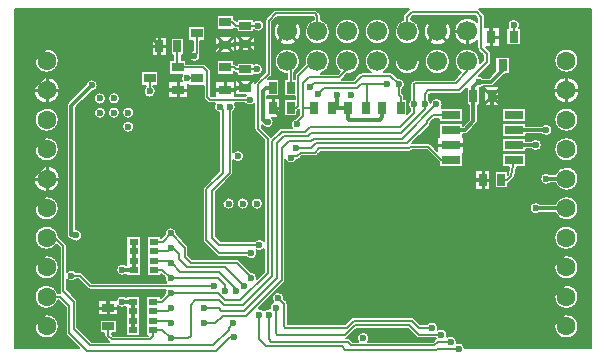
<source format=gbl>
%FSLAX34Y34*%
%MOMM*%
G04 EasyPC Gerber Version 18.0.6 Build 3620 *
%ADD20R,0.65000X1.00000*%
%ADD107R,0.80000X1.00000*%
%ADD10C,0.12700*%
%ADD106C,0.16000*%
%ADD11C,0.25400*%
%ADD76C,0.30000*%
%ADD105C,0.60000*%
%ADD89C,1.60000*%
%ADD22C,1.70000*%
%ADD104R,0.75000X0.50000*%
%ADD25R,1.00000X0.65000*%
%ADD26R,1.60000X0.76000*%
%ADD111R,1.00000X0.80000*%
X0Y0D02*
D02*
D10*
X113198Y159779D02*
G75*
G02X104735Y155300I-8463J5755D01*
G01*
G75*
G02Y175770J10235*
G01*
G75*
G02X114909Y166653J-10235*
G01*
X120881Y160681*
G75*
G02X121770Y158535I-2146J-2146*
G01*
Y136953*
G75*
G02X130000Y136570I3965J-3418*
G01*
X132735*
G75*
G02X134881Y135681J-3035*
G01*
X142992Y127570*
X205901*
G75*
G02X204573Y132005I3834J3564*
G01*
X201770Y134808*
Y133600*
X189800*
Y167070*
X201770*
Y165562*
X204573Y168365*
G75*
G02X209735Y174470I5162J870*
G01*
G75*
G02X214897Y168365J-5235*
G01*
X223881Y159381*
G75*
G02X224770Y157235I-2146J-2146*
G01*
Y150792*
X227992Y147570*
X265735*
G75*
G02X267881Y146681J-3035*
G01*
X277792Y136770*
G75*
G02X282946Y131039I-57J-5235*
G01*
X288700Y136792*
Y156117*
G75*
G02X282440Y154830I-3965J3419*
G01*
G75*
G02X273470Y149500I-4705J-2295*
G01*
X250735*
G75*
G02X248589Y150389J3035*
G01*
X237589Y161389*
G75*
G02X236700Y163535I2146J2146*
G01*
Y206535*
G75*
G02X237589Y208681I3035*
G01*
X250700Y221792*
Y271403*
G75*
G02X247421Y279500I1035J5132*
G01*
X242735*
G75*
G02X240589Y280389J3035*
G01*
X238589Y282389*
G75*
G02X237700Y284535I2146J2146*
G01*
Y294300*
X224610*
Y295374*
G75*
G02X224020Y295308I-876J5161*
G01*
Y283860*
X207670*
Y298210*
X219045*
G75*
G02X219643Y303800I4690J2325*
G01*
X208610*
Y316270*
X212050*
Y320300*
X210000*
Y334770*
X220970*
Y320300*
X218920*
Y316270*
X223080*
Y313070*
X237235*
G75*
G02X239381Y312181J-3035*
G01*
X242881Y308681*
G75*
G02X243770Y306535I-2146J-2146*
G01*
Y285792*
X243992Y285570*
X247670*
Y298210*
X264020*
Y285570*
X272470*
G75*
G02X273161Y286360I4266J-3034*
G01*
X264560*
Y299210*
X280910*
Y296644*
G75*
G02X281589Y297681I2826J-1109*
G01*
X289700Y305792*
Y349535*
G75*
G02X290589Y351681I3035*
G01*
X296589Y357681*
G75*
G02X298735Y358570I2146J-2146*
G01*
X331735*
G75*
G02X333881Y357681J-3035*
G01*
X336081Y355481*
G75*
G02X336970Y353335I-2146J-2146*
G01*
Y350532*
G75*
G02X344670Y340235I-3035J-10297*
G01*
G75*
G02X323200I-10735*
G01*
G75*
G02X330900Y350532I10735*
G01*
Y352078*
X330478Y352500*
X299992*
X295770Y348278*
Y304535*
G75*
G02X294881Y302389I-3035*
G01*
X292262Y299770*
X301470*
Y285300*
X291470*
Y283710*
X302410*
Y267360*
X295311*
G75*
G02X291735Y258299I-3576J-3825*
G01*
G75*
G02X287369Y260645J5236*
G01*
G75*
G02X287094Y260894I2370J2893*
G01*
X286770Y261218*
Y258792*
X293881Y251681*
G75*
G02X294558Y250650I-2146J-2147*
G01*
X301589Y257681*
G75*
G02X303735Y258570I2146J-2146*
G01*
X312421*
G75*
G02X315540Y266632I4314J2965*
G01*
X318700Y269792*
Y274208*
X317881Y273389*
G75*
G02X316970Y272763I-2145J2146*
G01*
Y268300*
X306000*
Y282770*
X314700*
Y285300*
X306000*
Y299770*
X308450*
Y304100*
G75*
G02X297800Y314835I85J10735*
G01*
G75*
G02X319270I10735*
G01*
G75*
G02X314520Y305923I-10735*
G01*
Y299770*
X314700*
Y302535*
G75*
G02X315589Y304681I3035*
G01*
X323448Y312540*
G75*
G02X323200Y314835I10488J2294*
G01*
G75*
G02X344670I10735*
G01*
G75*
G02X337077Y304570I-10735*
G01*
X351078*
X352815Y306307*
G75*
G02X348600Y314835I6520J8528*
G01*
G75*
G02X370070I10735*
G01*
G75*
G02X359193Y304101I-10735*
G01*
X354662Y299570*
X364478*
X369589Y304681*
G75*
G02X371735Y305570I2146J-2146*
G01*
X379313*
G75*
G02X374000Y314835I5422J9265*
G01*
G75*
G02X395470I10735*
G01*
G75*
G02X390157Y305570I-10735*
G01*
X395735*
G75*
G02X397881Y304681J-3035*
G01*
X401865Y300697*
G75*
G02X405770Y291270I870J-5162*
G01*
Y287792*
X406631Y286931*
G75*
G02X407520Y284785I-2146J-2146*
G01*
Y282770*
X409970*
Y270062*
X412700Y272792*
Y274270*
G75*
G02Y282800I3035J4265*
G01*
Y295535*
G75*
G02X413589Y297681I3035*
G01*
X414589Y298681*
G75*
G02X416735Y299570I2146J-2146*
G01*
X449678*
X455617Y305510*
G75*
G02X450200Y314835I5317J9325*
G01*
G75*
G02X471670I10735*
G01*
G75*
G02X471545Y313203I-10736J1*
G01*
X474300Y315958*
Y320112*
X470306Y324106*
G75*
G02X469300Y326535I2429J2429*
G01*
Y332091*
G75*
G02X449260Y340235I-8365J8144*
G01*
G75*
G02X469300Y348379I11675*
G01*
Y351112*
X467312Y353100*
X415158*
X413170Y351112*
Y350532*
G75*
G02X420870Y340235I-3035J-10297*
G01*
G75*
G02X399400I-10735*
G01*
G75*
G02X406300Y350262I10735*
G01*
Y352535*
G75*
G02X407306Y354964I3435*
G01*
X411306Y358964*
G75*
G02X411549Y359185I2427J-2425*
G01*
X78085*
Y71885*
X132093*
X121589Y82389*
G75*
G02X120700Y84535I2146J2146*
G01*
Y106278*
X114502Y112476*
G75*
G02X104735Y105300I-9767J3059*
G01*
G75*
G02Y125770J10235*
G01*
G75*
G02X114510Y118570J-10235*
G01*
X115735*
G75*
G02X116512Y118469J-3035*
G01*
G75*
G02X115700Y120535I2223J2066*
G01*
Y157278*
X113198Y159779*
X104735Y80300D02*
G75*
G02Y100770J10235D01*
G01*
G75*
G02Y80300J-10235*
G01*
Y130300D02*
G75*
G02Y150770J10235D01*
G01*
G75*
G02Y130300J-10235*
G01*
Y180300D02*
G75*
G02Y200770J10235D01*
G01*
G75*
G02Y180300J-10235*
G01*
Y204360D02*
G75*
G02Y226710J11175D01*
G01*
G75*
G02Y204360J-11175*
G01*
Y230300D02*
G75*
G02Y250770J10235D01*
G01*
G75*
G02Y230300J-10235*
G01*
Y255300D02*
G75*
G02Y275770J10235D01*
G01*
G75*
G02Y255300J-10235*
G01*
Y279360D02*
G75*
G02Y301710J11175D01*
G01*
G75*
G02Y279360J-11175*
G01*
Y305300D02*
G75*
G02Y325770J10235D01*
G01*
G75*
G02Y305300J-10235*
G01*
X126067Y163800D02*
X125735D01*
G75*
G02X122000Y167535J3735*
G01*
Y277535*
G75*
G02X123094Y280176I3735*
G01*
X137500Y294582*
G75*
G02X142735Y299770I5235J-47*
G01*
G75*
G02X142782Y289300J-5235*
G01*
X129470Y275988*
Y172763*
G75*
G02X129735Y172770I271J-5229*
G01*
G75*
G02Y162300J-5235*
G01*
G75*
G02X126067Y163800J5235*
G01*
X149735Y266300D02*
G75*
G02Y276770J5235D01*
G01*
G75*
G02Y266300J-5235*
G01*
Y278300D02*
G75*
G02Y288770J5235D01*
G01*
G75*
G02Y278300J-5235*
G01*
X161735Y266300D02*
G75*
G02Y276770J5235D01*
G01*
G75*
G02Y266300J-5235*
G01*
Y278300D02*
G75*
G02Y288770J5235D01*
G01*
G75*
G02Y278300J-5235*
G01*
X171945Y134400D02*
G75*
G02X168735Y133300I-3210J4134D01*
G01*
G75*
G02Y143770J5235*
G01*
G75*
G02X171945Y142670J-5234*
G01*
X172300*
Y167070*
X184270*
Y133600*
X172300*
Y134400*
X171945*
X173735Y254300D02*
G75*
G02Y264770J5235D01*
G01*
G75*
G02Y254300J-5235*
G01*
Y266300D02*
G75*
G02Y276770J5235D01*
G01*
G75*
G02Y266300J-5235*
G01*
X188810Y293800D02*
Y294300D01*
X184610*
Y306770*
X199080*
Y294300*
X194880*
Y293800*
G75*
G02X191845Y284300I-3035J-4265*
G01*
G75*
G02X188810Y293800J5235*
G01*
X193560Y319360D02*
Y335710D01*
X206410*
Y319360*
X193560*
X228810Y324688D02*
Y332300D01*
X224610*
Y344770*
X239080*
Y332300*
X234880*
Y321645*
G75*
G02X234788Y320903I-3037*
G01*
G75*
G02X229735Y314300I-5053J-1368*
G01*
G75*
G02X228810Y324688J5235*
G01*
X263080Y305741D02*
Y303800D01*
X248610*
Y316270*
X263080*
Y313069*
G75*
G02X265131Y312181I-96J-3034*
G01*
X265500Y311812*
Y313770*
X279970*
Y312730*
G75*
G02X282735Y313520I2765J-4445*
G01*
G75*
G02Y303050J-5235*
G01*
G75*
G02X279970Y303840J5235*
G01*
Y302800*
X265500*
Y305250*
X264735*
G75*
G02X263080Y305741J3035*
G01*
Y342741D02*
Y341800D01*
X248610*
Y354270*
X263080*
Y350866*
G75*
G02X264131Y350181I-1096J-2831*
G01*
X265500Y348812*
Y350770*
X279970*
Y348922*
G75*
G02X283735Y350520I3765J-3637*
G01*
G75*
G02Y340050J-5235*
G01*
G75*
G02X279970Y341648J5235*
G01*
Y339800*
X265500*
Y342250*
X264735*
G75*
G02X263080Y342741J3035*
G01*
X264020Y321860D02*
X247670D01*
Y336210*
X264020*
Y321860*
X280910Y323360D02*
X264560D01*
Y336210*
X280910*
Y323360*
X320210Y340235D02*
G75*
G02X296860I-11675D01*
G01*
G75*
G02X320210I11675*
G01*
X370070D02*
G75*
G02X348600I-10735D01*
G01*
G75*
G02X370070I10735*
G01*
X395470D02*
G75*
G02X374000I-10735D01*
G01*
G75*
G02X395470I10735*
G01*
X420870Y314835D02*
G75*
G02X399400I-10735D01*
G01*
G75*
G02X420870I10735*
G01*
X446270D02*
G75*
G02X424800I-10735D01*
G01*
G75*
G02X446270I10735*
G01*
X447210Y340235D02*
G75*
G02X423860I-11675D01*
G01*
G75*
G02X447210I11675*
G01*
X78085Y90535D02*
G36*
Y71885D01*
X132093*
X121589Y82389*
G75*
G02X120700Y84535I2146J2146*
G01*
Y90535*
X114970*
G75*
G02X104735Y80300I-10235*
G01*
G75*
G02X94500Y90535J10235*
G01*
X78085*
G37*
X94500D02*
G36*
G75*
G02X104735Y100770I10235D01*
G01*
G75*
G02X114970Y90535J-10235*
G01*
X120700*
Y106278*
X114502Y112476*
G75*
G02X104735Y105300I-9767J3059*
G01*
G75*
G02Y125770J10235*
G01*
G75*
G02X114510Y118570J-10235*
G01*
X115735*
G75*
G02X116512Y118469J-3035*
G01*
G75*
G02X115700Y120535I2223J2066*
G01*
Y140535*
X114970*
G75*
G02X104735Y130300I-10235*
G01*
G75*
G02X94500Y140535J10235*
G01*
X78085*
Y90535*
X94500*
G37*
Y140535D02*
G36*
G75*
G02X104735Y150770I10235D01*
G01*
G75*
G02X114970Y140535J-10235*
G01*
X115700*
Y157278*
X113198Y159779*
G75*
G02X104735Y155300I-8463J5755*
G01*
G75*
G02Y175770J10235*
G01*
G75*
G02X114909Y166653J-10235*
G01*
X120881Y160681*
G75*
G02X121770Y158535I-2146J-2146*
G01*
Y140535*
X163897*
G75*
G02X168735Y143770I4838J-2000*
G01*
G75*
G02X171945Y142670J-5234*
G01*
X172300*
Y167070*
X184270*
Y140535*
X189800*
Y167070*
X201770*
Y165562*
X204573Y168365*
G75*
G02X209735Y174470I5162J870*
G01*
G75*
G02X214897Y168365J-5235*
G01*
X223881Y159381*
G75*
G02X224770Y157235I-2146J-2146*
G01*
Y150792*
X227992Y147570*
X265735*
G75*
G02X267881Y146681J-3035*
G01*
X277792Y136770*
G75*
G02X282946Y131039I-57J-5235*
G01*
X288700Y136792*
Y156117*
G75*
G02X282440Y154830I-3965J3419*
G01*
G75*
G02X273470Y149500I-4705J-2295*
G01*
X250735*
G75*
G02X248589Y150389J3035*
G01*
X237589Y161389*
G75*
G02X236700Y163535I2146J2146*
G01*
Y190535*
X129470*
Y172763*
G75*
G02X129735Y172770I271J-5229*
G01*
G75*
G02Y162300J-5235*
G01*
G75*
G02X126067Y163800J5235*
G01*
X125735*
G75*
G02X122000Y167535J3735*
G01*
Y190535*
X114970*
G75*
G02X104735Y180300I-10235*
G01*
G75*
G02X94500Y190535J10235*
G01*
X78085*
Y140535*
X94500*
G37*
X121770D02*
G36*
Y136953D01*
G75*
G02X130000Y136570I3965J-3418*
G01*
X132735*
G75*
G02X134881Y135681J-3035*
G01*
X142992Y127570*
X205901*
G75*
G02X204573Y132005I3834J3564*
G01*
X201770Y134808*
Y133600*
X189800*
Y140535*
X184270*
Y133600*
X172300*
Y134400*
X171945*
G75*
G02X168735Y133300I-3210J4134*
G01*
G75*
G02X163897Y140535J5235*
G01*
X121770*
G37*
X94500Y190535D02*
G36*
G75*
G02X104735Y200770I10235D01*
G01*
G75*
G02X114970Y190535J-10235*
G01*
X122000*
Y215535*
X115910*
G75*
G02X104735Y204360I-11175*
G01*
G75*
G02X93560Y215535J11175*
G01*
X78085*
Y190535*
X94500*
G37*
X236700D02*
G36*
Y206535D01*
G75*
G02X237589Y208681I3035*
G01*
X244443Y215535*
X129470*
Y190535*
X236700*
G37*
X93560Y215535D02*
G36*
G75*
G02X104735Y226710I11175D01*
G01*
G75*
G02X115910Y215535J-11175*
G01*
X122000*
Y240535*
X114970*
G75*
G02X104735Y230300I-10235*
G01*
G75*
G02X94500Y240535J10235*
G01*
X78085*
Y215535*
X93560*
G37*
X244443D02*
G36*
X250700Y221792D01*
Y240535*
X129470*
Y215535*
X244443*
G37*
X94500Y240535D02*
G36*
G75*
G02X104735Y250770I10235D01*
G01*
G75*
G02X114970Y240535J-10235*
G01*
X122000*
Y259535*
X113027*
G75*
G02X104735Y255300I-8292J6000*
G01*
G75*
G02X96443Y259535J10235*
G01*
X78085*
Y240535*
X94500*
G37*
X250700D02*
G36*
Y259535D01*
X178970*
G75*
G02X173735Y254300I-5235*
G01*
G75*
G02X168500Y259535J5235*
G01*
X129470*
Y240535*
X250700*
G37*
X78085Y265535D02*
G36*
Y259535D01*
X96443*
G75*
G02X94500Y265535I8292J6000*
G01*
X78085*
G37*
X94500D02*
G36*
G75*
G02X96443Y271535I10235D01*
G01*
X78085*
Y265535*
X94500*
G37*
X114970D02*
G36*
G75*
G02X113027Y259535I-10235D01*
G01*
X122000*
Y265535*
X114970*
G37*
X122000D02*
G36*
Y271535D01*
X113027*
G75*
G02X114970Y265535I-8292J-6000*
G01*
X122000*
G37*
X129470D02*
G36*
Y259535D01*
X168500*
G75*
G02X173735Y264770I5235*
G01*
G75*
G02X178970Y259535J-5235*
G01*
X250700*
Y265535*
X129470*
G37*
X250700D02*
G36*
Y271403D01*
G75*
G02X250183Y271535I1035J5132*
G01*
X178970*
G75*
G02X173735Y266300I-5235*
G01*
G75*
G02X168500Y271535J5235*
G01*
X166970*
G75*
G02X161735Y266300I-5235*
G01*
G75*
G02X156500Y271535J5235*
G01*
X154970*
G75*
G02X149735Y266300I-5235*
G01*
G75*
G02X144500Y271535J5235*
G01*
X129470*
Y265535*
X250700*
G37*
X78085Y290535D02*
G36*
Y283535D01*
X96024*
G75*
G02X93560Y290535I8711J7000*
G01*
X78085*
G37*
X93560D02*
G36*
G75*
G02X104735Y301710I11175D01*
G01*
G75*
G02X115910Y290535J-11175*
G01*
X133453*
X137500Y294582*
G75*
G02X142735Y299770I5235J-47*
G01*
G75*
G02X146112Y290535J-5235*
G01*
X186707*
G75*
G02X188810Y293800I5138J-1000*
G01*
Y294300*
X184610*
Y306770*
X199080*
Y294300*
X194880*
Y293800*
G75*
G02X196983Y290535I-3035J-4265*
G01*
X207670*
Y298210*
X219045*
G75*
G02X219643Y303800I4690J2325*
G01*
X208610*
Y315535*
X114970*
G75*
G02X104735Y305300I-10235*
G01*
G75*
G02X94500Y315535J10235*
G01*
X78085*
Y290535*
X93560*
G37*
X115910D02*
G36*
G75*
G02X113446Y283535I-11175D01*
G01*
X126453*
X133453Y290535*
X115910*
G37*
X146112D02*
G36*
G75*
G02X142782Y289300I-3377J4000D01*
G01*
X137017Y283535*
X144500*
G75*
G02X149735Y288770I5235*
G01*
G75*
G02X154970Y283535J-5235*
G01*
X156500*
G75*
G02X161735Y288770I5235*
G01*
G75*
G02X166970Y283535J-5235*
G01*
X237870*
G75*
G02X237700Y284535I2865J1001*
G01*
Y294300*
X224610*
Y295374*
G75*
G02X224020Y295308I-876J5161*
G01*
Y283860*
X207670*
Y290535*
X196983*
G75*
G02X191845Y284300I-5138J-1000*
G01*
G75*
G02X186707Y290535J5235*
G01*
X146112*
G37*
X94500Y315535D02*
G36*
G75*
G02X104735Y325770I10235D01*
G01*
G75*
G02X114970Y315535J-10235*
G01*
X208610*
Y316270*
X212050*
Y320300*
X210000*
Y327535*
X206410*
Y319360*
X193560*
Y327535*
X78085*
Y315535*
X94500*
G37*
X223080D02*
G36*
Y313070D01*
X237235*
G75*
G02X239381Y312181J-3035*
G01*
X242881Y308681*
G75*
G02X243770Y306535I-2146J-2146*
G01*
Y285792*
X243992Y285570*
X247670*
Y298210*
X264020*
Y285570*
X272470*
G75*
G02X273161Y286360I4266J-3034*
G01*
X264560*
Y299210*
X280910*
Y296644*
G75*
G02X281589Y297681I2826J-1109*
G01*
X289700Y305792*
Y315535*
X263080*
Y313069*
G75*
G02X265131Y312181I-96J-3034*
G01*
X265500Y311812*
Y313770*
X279970*
Y312730*
G75*
G02X282735Y313520I2765J-4445*
G01*
G75*
G02Y303050J-5235*
G01*
G75*
G02X279970Y303840J5235*
G01*
Y302800*
X265500*
Y305250*
X264735*
G75*
G02X263080Y305741J3035*
G01*
Y303800*
X248610*
Y315535*
X233112*
G75*
G02X229735Y314300I-3377J4000*
G01*
G75*
G02X226358Y315535J5235*
G01*
X223080*
G37*
X226358D02*
G36*
G75*
G02X228810Y324688I3377J4000D01*
G01*
Y327535*
X220970*
Y320300*
X218920*
Y316270*
X223080*
Y315535*
X226358*
G37*
X248610D02*
G36*
Y316270D01*
X263080*
Y315535*
X289700*
Y327535*
X280910*
Y323360*
X264560*
Y327535*
X264020*
Y321860*
X247670*
Y327535*
X234880*
Y321645*
G75*
G02X234788Y320903I-3037*
G01*
G75*
G02X233112Y315535I-5053J-1368*
G01*
X248610*
G37*
X395447D02*
G36*
G75*
G02X395470Y314835I-10714J-702D01*
G01*
G75*
G02X390157Y305570I-10735*
G01*
X395735*
G75*
G02X397881Y304681J-3035*
G01*
X401865Y300697*
G75*
G02X405770Y291270I870J-5162*
G01*
Y287792*
X406631Y286931*
G75*
G02X407520Y284785I-2146J-2146*
G01*
Y282770*
X409970*
Y270062*
X412700Y272792*
Y274270*
G75*
G02Y282800I3035J4265*
G01*
Y295535*
G75*
G02X413589Y297681I3035*
G01*
X414589Y298681*
G75*
G02X416735Y299570I2146J-2146*
G01*
X449678*
X455617Y305510*
G75*
G02X450200Y314835I5317J9325*
G01*
G75*
G02X450223Y315535I10734J-2*
G01*
X446247*
G75*
G02X446270Y314835I-10714J-702*
G01*
G75*
G02X424800I-10735*
G01*
G75*
G02X424823Y315535I10734J-2*
G01*
X420847*
G75*
G02X420870Y314835I-10714J-702*
G01*
G75*
G02X399400I-10735*
G01*
G75*
G02X399423Y315535I10734J-2*
G01*
X395447*
G37*
X399423D02*
G36*
G75*
G02X420847I10712J-700D01*
G01*
X424823*
G75*
G02X446247I10712J-700*
G01*
X450223*
G75*
G02X471670Y314835I10712J-700*
G01*
G75*
G02X471545Y313203I-10736J1*
G01*
X474300Y315958*
Y320112*
X470306Y324106*
G75*
G02X469300Y326535I2429J2429*
G01*
Y332091*
G75*
G02X449260Y340235I-8365J8144*
G01*
G75*
G02X451445Y347035I11675*
G01*
X445025*
G75*
G02X447210Y340235I-9490J-6800*
G01*
G75*
G02X423860I-11675*
G01*
G75*
G02X426045Y347035I11675*
G01*
X418442*
G75*
G02X420870Y340235I-8307J-6800*
G01*
G75*
G02X399400I-10735*
G01*
G75*
G02X401828Y347035I10735*
G01*
X393042*
G75*
G02X395470Y340235I-8307J-6800*
G01*
G75*
G02X374000I-10735*
G01*
G75*
G02X376428Y347035I10735*
G01*
X367642*
G75*
G02X370070Y340235I-8307J-6800*
G01*
G75*
G02X348600I-10735*
G01*
G75*
G02X351028Y347035I10735*
G01*
X342242*
G75*
G02X344670Y340235I-8307J-6800*
G01*
G75*
G02X323200I-10735*
G01*
G75*
G02X325628Y347035I10735*
G01*
X318025*
G75*
G02X320210Y340235I-9490J-6800*
G01*
G75*
G02X296860I-11675*
G01*
G75*
G02X299045Y347035I11675*
G01*
X295770*
Y304535*
G75*
G02X294881Y302389I-3035*
G01*
X292262Y299770*
X301470*
Y285300*
X291470*
Y283710*
X302410*
Y267360*
X295311*
G75*
G02X291735Y258299I-3576J-3825*
G01*
G75*
G02X287369Y260645J5236*
G01*
G75*
G02X287094Y260894I2370J2893*
G01*
X286770Y261218*
Y258792*
X293881Y251681*
G75*
G02X294558Y250650I-2146J-2147*
G01*
X301589Y257681*
G75*
G02X303735Y258570I2146J-2146*
G01*
X312421*
G75*
G02X315540Y266632I4314J2965*
G01*
X318700Y269792*
Y274208*
X317881Y273389*
G75*
G02X316970Y272763I-2145J2146*
G01*
Y268300*
X306000*
Y282770*
X314700*
Y285300*
X306000*
Y299770*
X308450*
Y304100*
G75*
G02X297800Y314835I85J10735*
G01*
G75*
G02X319270I10735*
G01*
G75*
G02X314520Y305923I-10735*
G01*
Y299770*
X314700*
Y302535*
G75*
G02X315589Y304681I3035*
G01*
X323448Y312540*
G75*
G02X323200Y314835I10488J2294*
G01*
G75*
G02X344670I10735*
G01*
G75*
G02X337077Y304570I-10735*
G01*
X351078*
X352815Y306307*
G75*
G02X348600Y314835I6520J8528*
G01*
G75*
G02X370070I10735*
G01*
G75*
G02X359193Y304101I-10735*
G01*
X354662Y299570*
X364478*
X369589Y304681*
G75*
G02X371735Y305570I2146J-2146*
G01*
X379313*
G75*
G02X374000Y314835I5422J9265*
G01*
G75*
G02X395447Y315535I10735*
G01*
X399423*
G37*
X96443Y271535D02*
G36*
G75*
G02X104735Y275770I8292J-6000D01*
G01*
G75*
G02X113027Y271535J-10235*
G01*
X122000*
Y277535*
G75*
G02X123094Y280176I3735*
G01*
X126453Y283535*
X113446*
G75*
G02X104735Y279360I-8711J7000*
G01*
G75*
G02X96024Y283535J11175*
G01*
X78085*
Y271535*
X96443*
G37*
X144500D02*
G36*
G75*
G02X149735Y276770I5235D01*
G01*
G75*
G02X154970Y271535J-5235*
G01*
X156500*
G75*
G02X161735Y276770I5235*
G01*
G75*
G02X166970Y271535J-5235*
G01*
X168500*
G75*
G02X173735Y276770I5235*
G01*
G75*
G02X178970Y271535J-5235*
G01*
X250183*
G75*
G02X247421Y279500I1552J5000*
G01*
X242735*
G75*
G02X240589Y280389J3035*
G01*
X238589Y282389*
G75*
G02X237870Y283535I2147J2145*
G01*
X166970*
G75*
G02X161735Y278300I-5235*
G01*
G75*
G02X156500Y283535J5235*
G01*
X154970*
G75*
G02X149735Y278300I-5235*
G01*
G75*
G02X144500Y283535J5235*
G01*
X137017*
X129470Y275988*
Y271535*
X144500*
G37*
X193560Y327535D02*
G36*
Y335710D01*
X206410*
Y327535*
X210000*
Y334770*
X220970*
Y327535*
X228810*
Y332300*
X224610*
Y344770*
X239080*
Y332300*
X234880*
Y327535*
X247670*
Y336210*
X264020*
Y327535*
X264560*
Y336210*
X280910*
Y327535*
X289700*
Y347035*
X288669*
G75*
G02X283735Y340050I-4934J-1750*
G01*
G75*
G02X279970Y341648J5235*
G01*
Y339800*
X265500*
Y342250*
X264735*
G75*
G02X263080Y342741J3035*
G01*
Y341800*
X248610*
Y347035*
X78085*
Y327535*
X193560*
G37*
X248610Y347035D02*
G36*
Y354270D01*
X263080*
Y350866*
G75*
G02X264131Y350181I-1096J-2831*
G01*
X265500Y348812*
Y350770*
X279970*
Y348922*
G75*
G02X283735Y350520I3765J-3637*
G01*
G75*
G02X288669Y347035J-5235*
G01*
X289700*
Y349535*
G75*
G02X290589Y351681I3035*
G01*
X296589Y357681*
G75*
G02X298735Y358570I2146J-2146*
G01*
X331735*
G75*
G02X333881Y357681J-3035*
G01*
X336081Y355481*
G75*
G02X336970Y353335I-2146J-2146*
G01*
Y350532*
G75*
G02X342242Y347035I-3035J-10297*
G01*
X351028*
G75*
G02X367642I8307J-6800*
G01*
X376428*
G75*
G02X393042I8307J-6800*
G01*
X401828*
G75*
G02X406300Y350262I8307J-6800*
G01*
Y352535*
G75*
G02X407306Y354964I3435*
G01*
X411306Y358964*
G75*
G02X411549Y359185I2427J-2425*
G01*
X78085*
Y347035*
X248610*
G37*
X299045D02*
G36*
G75*
G02X318025I9490J-6800D01*
G01*
X325628*
G75*
G02X330900Y350532I8307J-6800*
G01*
Y352078*
X330478Y352500*
X299992*
X295770Y348278*
Y347035*
X299045*
G37*
X426045D02*
G36*
G75*
G02X445025I9490J-6800D01*
G01*
X451445*
G75*
G02X469300Y348379I9490J-6800*
G01*
Y351112*
X467312Y353100*
X415158*
X413170Y351112*
Y350532*
G75*
G02X418442Y347035I-3035J-10297*
G01*
X426045*
G37*
X121770Y130117D02*
Y121792D01*
X129881Y113681*
G75*
G02X130770Y111535I-2146J-2146*
G01*
Y89792*
X142992Y77570*
X157408*
X154589Y80389*
G75*
G02X153700Y82535I2146J2146*
G01*
Y85300*
X149500*
Y96270*
X163970*
Y85300*
X159770*
Y83792*
X160992Y82570*
X190928*
X190958Y82600*
X189200*
Y116070*
X201170*
Y114370*
X201278*
X204573Y117665*
G75*
G02X205421Y121500I5162J870*
G01*
X141735*
G75*
G02X139589Y122389J3035*
G01*
X131478Y130500*
X130000*
G75*
G02X121770Y130117I-4265J3035*
G01*
X163634Y112710D02*
G75*
G02X171700Y115849I5101J-1175D01*
G01*
Y116070*
X183670*
Y82600*
X171700*
Y107200*
X171670*
G75*
G02X164910Y107961I-2935J4335*
G01*
Y99860*
X148560*
Y112710*
X163634*
X130770Y99685D02*
G36*
Y89792D01*
X142992Y77570*
X157408*
X154589Y80389*
G75*
G02X153700Y82535I2146J2146*
G01*
Y85300*
X149500*
Y96270*
X163970*
Y85300*
X159770*
Y83792*
X160992Y82570*
X190928*
X190958Y82600*
X189200*
Y99685*
X183670*
Y82600*
X171700*
Y99685*
X130770*
G37*
X171700D02*
G36*
Y107200D01*
X171670*
G75*
G02X164910Y107961I-2935J4335*
G01*
Y99860*
X148560*
Y112710*
X163634*
G75*
G02X171700Y115849I5101J-1175*
G01*
Y116070*
X183670*
Y99685*
X189200*
Y116070*
X201170*
Y114370*
X201278*
X204573Y117665*
G75*
G02X205421Y121500I5162J870*
G01*
X141735*
G75*
G02X139589Y122389J3035*
G01*
X131478Y130500*
X130000*
G75*
G02X121770Y130117I-4265J3035*
G01*
Y121792*
X129881Y113681*
G75*
G02X130770Y111535I-2146J-2146*
G01*
Y99685*
X171700*
G37*
X262770Y231117D02*
Y220535D01*
G75*
G02X261881Y218389I-3035*
G01*
X247770Y204278*
Y166792*
X251992Y162570*
X280470*
G75*
G02X288700Y162953I4265J-3035*
G01*
Y248278*
X281589Y255389*
G75*
G02X280700Y257535I2146J2146*
G01*
Y279117*
G75*
G02X272470Y279500I-3965J3418*
G01*
X264049*
G75*
G02X262770Y272270I-4314J-2965*
G01*
Y237953*
G75*
G02X266735Y239770I3965J-3418*
G01*
G75*
G02Y229300J-5235*
G01*
G75*
G02X262770Y231117J5235*
G01*
X258735Y189300D02*
G75*
G02Y199770J5235D01*
G01*
G75*
G02Y189300J-5235*
G01*
X270735D02*
G75*
G02Y199770J5235D01*
G01*
G75*
G02Y189300J-5235*
G01*
X282735D02*
G75*
G02Y199770J5235D01*
G01*
G75*
G02Y189300J-5235*
G01*
X247770Y194535D02*
G36*
Y166792D01*
X251992Y162570*
X280470*
G75*
G02X288700Y162953I4265J-3035*
G01*
Y194535*
X287970*
G75*
G02X282735Y189300I-5235*
G01*
G75*
G02X277500Y194535J5235*
G01*
X275970*
G75*
G02X270735Y189300I-5235*
G01*
G75*
G02X265500Y194535J5235*
G01*
X263970*
G75*
G02X258735Y189300I-5235*
G01*
G75*
G02X253500Y194535J5235*
G01*
X247770*
G37*
X253500D02*
G36*
G75*
G02X258735Y199770I5235D01*
G01*
G75*
G02X263970Y194535J-5235*
G01*
X265500*
G75*
G02X270735Y199770I5235*
G01*
G75*
G02X275970Y194535J-5235*
G01*
X277500*
G75*
G02X282735Y199770I5235*
G01*
G75*
G02X287970Y194535J-5235*
G01*
X288700*
Y248278*
X281589Y255389*
G75*
G02X280700Y257535I2146J2146*
G01*
Y279117*
G75*
G02X272470Y279500I-3965J3418*
G01*
X264049*
G75*
G02X262770Y272270I-4314J-2965*
G01*
Y237953*
G75*
G02X266735Y239770I3965J-3418*
G01*
G75*
G02Y229300J-5235*
G01*
G75*
G02X262770Y231117J5235*
G01*
Y220535*
G75*
G02X261881Y218389I-3035*
G01*
X247770Y204278*
Y194535*
X253500*
G37*
X284239Y105746D02*
G75*
G02X284735Y105770I501J-5207D01*
G01*
G75*
G02X288735Y103912J-5235*
G01*
G75*
G02X292735Y105770I4000J-3377*
G01*
G75*
G02X293566Y105704I3J-5232*
G01*
G75*
G02X296606Y111317I5168J831*
G01*
G75*
G02X300735Y119770I4129J3218*
G01*
G75*
G02X305897Y113665J-5235*
G01*
X307881Y111681*
G75*
G02X308770Y109535I-2146J-2146*
G01*
Y92570*
X357478*
X362589Y97681*
G75*
G02X364735Y98570I2146J-2146*
G01*
X413735*
G75*
G02X415881Y97681J-3035*
G01*
X420992Y92570*
X426470*
G75*
G02X435666Y87776I4265J-3035*
G01*
G75*
G02X443666Y81776I3069J-4241*
G01*
G75*
G02X451850Y76419I3069J-4241*
G01*
G75*
G02X458958Y71885I1885J-4884*
G01*
X565385*
Y359185*
X470921*
G75*
G02X471164Y358964I-2185J-2646*
G01*
X475164Y354964*
G75*
G02X476170Y352535I-2429J-2429*
G01*
Y343820*
X488410*
Y327470*
X476658*
X480164Y323964*
G75*
G02X481170Y321535I-2429J-2429*
G01*
Y314535*
G75*
G02X480164Y312106I-3435*
G01*
X470827Y302769*
G75*
G02X474403Y301270I-92J-5234*
G01*
X479188*
X484500Y306582*
Y318880*
X496970*
Y304410*
X492892*
X483376Y294894*
G75*
G02X480735Y293800I-2641J2641*
G01*
X474403*
G75*
G02X471470Y292352I-3668J3735*
G01*
Y278300*
X469720*
Y264135*
G75*
G02X468626Y261494I-3735*
G01*
X461376Y254244*
G75*
G02X458735Y253150I-2641J2641*
G01*
X456996*
Y251160*
X457936*
Y237210*
X456996*
Y225450*
X436526*
Y229452*
X426478Y239500*
X413992*
X413881Y239389*
G75*
G02X411735Y238500I-2146J2146*
G01*
X336992*
X333881Y235389*
G75*
G02X331735Y234500I-2146J2146*
G01*
X320992*
X318881Y232389*
G75*
G02X316735Y231500I-2146J2146*
G01*
X316558*
G75*
G02X306770Y231875I-4823J2035*
G01*
Y129535*
G75*
G02X305881Y127389I-3035*
G01*
X284239Y105746*
X475060Y277360D02*
Y293710D01*
X487910*
Y277360*
X475060*
X480410Y222710D02*
Y206360D01*
X467560*
Y222710*
X480410*
X494970Y211509D02*
Y207300D01*
X484000*
Y221770*
X494970*
Y219062*
X495329Y219421*
X496478Y225450*
X490484*
Y237520*
X510954*
Y225450*
X502658*
X501116Y217367*
G75*
G02X500281Y215789I-2982J568*
G01*
X496881Y212389*
G75*
G02X494970Y211509I-2146J2146*
G01*
X495723Y342880D02*
G75*
G02X500235Y350770I4512J2655D01*
G01*
G75*
G02X504747Y342880J-5235*
G01*
X506470*
Y328410*
X494000*
Y342880*
X495723*
X510954Y240450D02*
Y238150D01*
X490484*
Y250220*
X510954*
Y247920*
X515067*
G75*
G02X518735Y249420I3668J-3735*
G01*
G75*
G02Y238950J-5235*
G01*
G75*
G02X515067Y240450J5235*
G01*
X510954*
Y253150D02*
Y250850D01*
X490484*
Y262920*
X510954*
Y260620*
X524067*
G75*
G02X527735Y262120I3668J-3735*
G01*
G75*
G02Y251650J-5235*
G01*
G75*
G02X524067Y253150J5235*
G01*
X510954*
Y263550D02*
X490484D01*
Y275620*
X510954*
Y263550*
X522403Y186800D02*
G75*
G02X518735Y185300I-3668J3735D01*
G01*
G75*
G02Y195770J5235*
G01*
G75*
G02X522403Y194270J-5235*
G01*
X535206*
G75*
G02X544735Y200770I9529J-3735*
G01*
G75*
G02Y180300J-10235*
G01*
G75*
G02X535206Y186800J10235*
G01*
X522403*
X531403Y211800D02*
G75*
G02X527735Y210300I-3668J3735D01*
G01*
G75*
G02Y220770J5235*
G01*
G75*
G02X531403Y219270J-5235*
G01*
X535206*
G75*
G02X544735Y225770I9529J-3735*
G01*
G75*
G02Y205300J-10235*
G01*
G75*
G02X535206Y211800J10235*
G01*
X531403*
X544735Y80300D02*
G75*
G02Y100770J10235D01*
G01*
G75*
G02Y80300J-10235*
G01*
Y105300D02*
G75*
G02Y125770J10235D01*
G01*
G75*
G02Y105300J-10235*
G01*
Y130300D02*
G75*
G02Y150770J10235D01*
G01*
G75*
G02Y130300J-10235*
G01*
Y155300D02*
G75*
G02Y175770J10235D01*
G01*
G75*
G02Y155300J-10235*
G01*
Y230300D02*
G75*
G02Y250770J10235D01*
G01*
G75*
G02Y230300J-10235*
G01*
Y255300D02*
G75*
G02Y275770J10235D01*
G01*
G75*
G02Y255300J-10235*
G01*
Y279360D02*
G75*
G02Y301710J11175D01*
G01*
G75*
G02Y279360J-11175*
G01*
Y305300D02*
G75*
G02Y325770J10235D01*
G01*
G75*
G02Y305300J-10235*
G01*
X471470Y285535D02*
G36*
Y278300D01*
X469720*
Y269585*
X490484*
Y275620*
X510954*
Y269585*
X535335*
G75*
G02X544735Y275770I9400J-4050*
G01*
G75*
G02X554135Y269585J-10235*
G01*
X565385*
Y285535*
X554729*
G75*
G02X544735Y279360I-9994J5000*
G01*
G75*
G02X534741Y285535J11175*
G01*
X487910*
Y277360*
X475060*
Y285535*
X471470*
G37*
X475060D02*
G36*
Y293710D01*
X487910*
Y285535*
X534741*
G75*
G02X544735Y301710I9994J5000*
G01*
G75*
G02X554729Y285535J-11175*
G01*
X565385*
Y315535*
X554970*
G75*
G02X544735Y305300I-10235*
G01*
G75*
G02X534500Y315535J10235*
G01*
X496970*
Y304410*
X492892*
X483376Y294894*
G75*
G02X480735Y293800I-2641J2641*
G01*
X474403*
G75*
G02X471470Y292352I-3668J3735*
G01*
Y285535*
X475060*
G37*
X306770Y214535D02*
G36*
Y190535D01*
X513500*
G75*
G02X518735Y195770I5235*
G01*
G75*
G02X522403Y194270J-5235*
G01*
X535206*
G75*
G02X544735Y200770I9529J-3735*
G01*
G75*
G02X554970Y190535J-10235*
G01*
X565385*
Y214535*
X554921*
G75*
G02X544735Y205300I-10186J1000*
G01*
G75*
G02X535206Y211800J10235*
G01*
X531403*
G75*
G02X527735Y210300I-3668J3735*
G01*
G75*
G02X522596Y214535J5235*
G01*
X499027*
X496881Y212389*
G75*
G02X494970Y211509I-2146J2146*
G01*
Y207300*
X484000*
Y214535*
X480410*
Y206360*
X467560*
Y214535*
X306770*
G37*
X467560D02*
G36*
Y222710D01*
X480410*
Y214535*
X484000*
Y221770*
X494970*
Y219062*
X495329Y219421*
X496478Y225450*
X490484*
Y237520*
X510954*
Y225450*
X502658*
X501116Y217367*
G75*
G02X500281Y215789I-2982J568*
G01*
X499027Y214535*
X522596*
G75*
G02X527735Y220770I5139J1000*
G01*
G75*
G02X531403Y219270J-5235*
G01*
X535206*
G75*
G02X544735Y225770I9529J-3735*
G01*
G75*
G02X554921Y214535J-10235*
G01*
X565385*
Y244185*
X554297*
G75*
G02X544735Y230300I-9562J-3650*
G01*
G75*
G02X535173Y244185J10235*
G01*
X523970*
G75*
G02X518735Y238950I-5235*
G01*
G75*
G02X515067Y240450J5235*
G01*
X510954*
Y238150*
X490484*
Y244185*
X457936*
Y237210*
X456996*
Y225450*
X436526*
Y229452*
X426478Y239500*
X413992*
X413881Y239389*
G75*
G02X411735Y238500I-2146J2146*
G01*
X336992*
X333881Y235389*
G75*
G02X331735Y234500I-2146J2146*
G01*
X320992*
X318881Y232389*
G75*
G02X316735Y231500I-2146J2146*
G01*
X316558*
G75*
G02X306770Y231875I-4823J2035*
G01*
Y214535*
X467560*
G37*
X488410Y339590D02*
G36*
Y327470D01*
X476658*
X480164Y323964*
G75*
G02X481170Y321535I-2429J-2429*
G01*
Y314535*
G75*
G02X480164Y312106I-3435*
G01*
X470827Y302769*
G75*
G02X474403Y301270I-92J-5234*
G01*
X479188*
X484500Y306582*
Y318880*
X496970*
Y315535*
X534500*
G75*
G02X544735Y325770I10235*
G01*
G75*
G02X554970Y315535J-10235*
G01*
X565385*
Y339590*
X506470*
Y328410*
X494000*
Y339590*
X488410*
G37*
X494000D02*
G36*
Y342880D01*
X495723*
G75*
G02X500235Y350770I4512J2655*
G01*
G75*
G02X504747Y342880J-5235*
G01*
X506470*
Y339590*
X565385*
Y359185*
X470921*
G75*
G02X471164Y358964I-2185J-2646*
G01*
X475164Y354964*
G75*
G02X476170Y352535I-2429J-2429*
G01*
Y343820*
X488410*
Y339590*
X494000*
G37*
X490484Y244185D02*
G36*
Y250220D01*
X510954*
Y247920*
X515067*
G75*
G02X518735Y249420I3668J-3735*
G01*
G75*
G02X523970Y244185J-5235*
G01*
X535173*
G75*
G02X544735Y250770I9562J-3650*
G01*
G75*
G02X554297Y244185J-10235*
G01*
X565385*
Y256885*
X550206*
G75*
G02X544735Y255300I-5471J8650*
G01*
G75*
G02X539264Y256885J10235*
G01*
X532970*
G75*
G02X527735Y251650I-5235*
G01*
G75*
G02X524067Y253150J5235*
G01*
X510954*
Y250850*
X490484*
Y256885*
X464017*
X461376Y254244*
G75*
G02X458735Y253150I-2641J2641*
G01*
X456996*
Y251160*
X457936*
Y244185*
X490484*
G37*
Y256885D02*
G36*
Y262920D01*
X510954*
Y260620*
X524067*
G75*
G02X527735Y262120I3668J-3735*
G01*
G75*
G02X532970Y256885J-5235*
G01*
X539264*
G75*
G02X535335Y269585I5471J8650*
G01*
X510954*
Y263550*
X490484*
Y269585*
X469720*
Y264135*
G75*
G02X468626Y261494I-3735*
G01*
X464017Y256885*
X490484*
G37*
X565385D02*
G36*
Y269585D01*
X554135*
G75*
G02X550206Y256885I-9400J-4050*
G01*
X565385*
G37*
X306770Y190535D02*
G36*
Y165535D01*
X534500*
G75*
G02X544735Y175770I10235*
G01*
G75*
G02X554970Y165535J-10235*
G01*
X565385*
Y190535*
X554970*
G75*
G02X544735Y180300I-10235*
G01*
G75*
G02X535206Y186800J10235*
G01*
X522403*
G75*
G02X518735Y185300I-3668J3735*
G01*
G75*
G02X513500Y190535J5235*
G01*
X306770*
G37*
X435874Y90535D02*
G36*
G75*
G02X435666Y87776I-5139J-1000D01*
G01*
G75*
G02X443666Y81776I3069J-4241*
G01*
G75*
G02X451850Y76419I3069J-4241*
G01*
G75*
G02X458958Y71885I1885J-4884*
G01*
X565385*
Y90535*
X554970*
G75*
G02X544735Y80300I-10235*
G01*
G75*
G02X534500Y90535J10235*
G01*
X435874*
G37*
X534500D02*
G36*
G75*
G02X544735Y100770I10235D01*
G01*
G75*
G02X554970Y90535J-10235*
G01*
X565385*
Y115535*
X554970*
G75*
G02X544735Y105300I-10235*
G01*
G75*
G02X534500Y115535J10235*
G01*
X305874*
G75*
G02X305897Y113665I-5139J-998*
G01*
X307881Y111681*
G75*
G02X308770Y109535I-2146J-2146*
G01*
Y92570*
X357478*
X362589Y97681*
G75*
G02X364735Y98570I2146J-2146*
G01*
X413735*
G75*
G02X415881Y97681J-3035*
G01*
X420992Y92570*
X426470*
G75*
G02X435874Y90535I4265J-3035*
G01*
X534500*
G37*
Y115535D02*
G36*
G75*
G02X544735Y125770I10235D01*
G01*
G75*
G02X554970Y115535J-10235*
G01*
X565385*
Y140535*
X554970*
G75*
G02X544735Y130300I-10235*
G01*
G75*
G02X534500Y140535J10235*
G01*
X306770*
Y129535*
G75*
G02X305881Y127389I-3035*
G01*
X284239Y105746*
G75*
G02X284735Y105770I501J-5207*
G01*
G75*
G02X288735Y103912J-5235*
G01*
G75*
G02X292735Y105770I4000J-3377*
G01*
G75*
G02X293566Y105704I3J-5232*
G01*
G75*
G02X296606Y111317I5168J831*
G01*
G75*
G02X300735Y119770I4129J3218*
G01*
G75*
G02X305874Y115535J-5235*
G01*
X534500*
G37*
Y140535D02*
G36*
G75*
G02X544735Y150770I10235D01*
G01*
G75*
G02X554970Y140535J-10235*
G01*
X565385*
Y165535*
X554970*
G75*
G02X544735Y155300I-10235*
G01*
G75*
G02X534500Y165535J10235*
G01*
X306770*
Y140535*
X534500*
G37*
X310184Y228535D02*
X309735D01*
Y204535*
X323735*
X324735Y203535*
Y123535*
X321735Y120535*
X309735*
Y96535*
X332735*
Y108535*
X334735Y110535*
X418735*
Y96535*
X442735*
Y120535*
X428735*
X427735Y121535*
Y202535*
X429735Y204535*
X442735*
Y225450*
X436526*
Y228535*
X417735*
Y215535*
X415735Y213535*
X336735*
X333735Y216535*
Y228535*
X313286*
G75*
G02X310184I-1551J5001*
G01*
G36*
X309735*
Y204535*
X323735*
X324735Y203535*
Y123535*
X321735Y120535*
X309735*
Y96535*
X332735*
Y108535*
X334735Y110535*
X418735*
Y96535*
X442735*
Y120535*
X428735*
X427735Y121535*
Y202535*
X429735Y204535*
X442735*
Y225450*
X436526*
Y228535*
X417735*
Y215535*
X415735Y213535*
X336735*
X333735Y216535*
Y228535*
X313286*
G75*
G02X310184I-1551J5001*
G01*
G37*
X358383Y80570D02*
X359735D01*
G75*
G02X361881Y79681J-3035*
G01*
X363992Y77570*
X368421*
G75*
G02X372735Y85770I4314J2965*
G01*
G75*
G02X377049Y77570J-5235*
G01*
X431478*
X433589Y79681*
G75*
G02X434585Y80344I2147J-2145*
G01*
G75*
G02X434470Y80500I4144J3175*
G01*
X419735*
G75*
G02X417589Y81389J3035*
G01*
X410478Y88500*
X366992*
X359881Y81389*
G75*
G02X358383Y80570I-2146J2146*
G01*
G36*
X359735*
G75*
G02X361881Y79681J-3035*
G01*
X363992Y77570*
X368421*
G75*
G02X372735Y85770I4314J2965*
G01*
G75*
G02X377049Y77570J-5235*
G01*
X431478*
X433589Y79681*
G75*
G02X434585Y80344I2147J-2145*
G01*
G75*
G02X434470Y80500I4144J3175*
G01*
X419735*
G75*
G02X417589Y81389J3035*
G01*
X410478Y88500*
X366992*
X359881Y81389*
G75*
G02X358383Y80570I-2146J2146*
G01*
G37*
X414062Y245570D02*
X427735D01*
G75*
G02X429881Y244681J-3035*
G01*
X435586Y238976*
Y251160*
X436526*
Y262920*
X456996*
Y260620*
X457188*
X462250Y265682*
Y278300*
X460500*
Y292442*
X456164Y288106*
G75*
G02X453735Y287100I-2429J2429*
G01*
X429158*
X428170Y286112*
Y282485*
G75*
G02X429735Y280086I-3434J-3950*
G01*
G75*
G02X434735Y283770I5000J-1551*
G01*
G75*
G02X439083Y275620J-5235*
G01*
X456996*
Y263550*
X436526*
Y266550*
X433042*
X429770Y263278*
Y262535*
G75*
G02X428881Y260389I-3035*
G01*
X414062Y245570*
G36*
X427735*
G75*
G02X429881Y244681J-3035*
G01*
X435586Y238976*
Y251160*
X436526*
Y262920*
X456996*
Y260620*
X457188*
X462250Y265682*
Y278300*
X460500*
Y292442*
X456164Y288106*
G75*
G02X453735Y287100I-2429J2429*
G01*
X429158*
X428170Y286112*
Y282485*
G75*
G02X429735Y280086I-3434J-3950*
G01*
G75*
G02X434735Y283770I5000J-1551*
G01*
G75*
G02X439083Y275620J-5235*
G01*
X456996*
Y263550*
X436526*
Y266550*
X433042*
X429770Y263278*
Y262535*
G75*
G02X428881Y260389I-3035*
G01*
X414062Y245570*
G37*
D02*
D11*
X98005Y215535D02*
X92925D01*
X98005Y290535D02*
X92925D01*
X104735Y208805D02*
Y203725D01*
Y222265D02*
Y227345D01*
Y283805D02*
Y278725D01*
Y297265D02*
Y302345D01*
X111465Y215535D02*
X116545D01*
X111465Y290535D02*
X116545D01*
X153005Y106285D02*
X147925D01*
X156735Y104305D02*
Y99225D01*
Y108265D02*
Y113345D01*
X160465Y106285D02*
X165545D01*
X161005Y118535D02*
X155925D01*
X162005Y207535D02*
X156925D01*
X162512Y194312D02*
X158920Y190720D01*
X162512Y196758D02*
X158920Y200350D01*
X162512Y218312D02*
X158920Y214720D01*
X162512Y220758D02*
X158920Y224350D01*
X163735Y205805D02*
Y200725D01*
Y209265D02*
Y214345D01*
X164465Y118535D02*
X169545D01*
X164958Y194312D02*
X168550Y190720D01*
X164958Y196758D02*
X168550Y200350D01*
X164958Y218312D02*
X168550Y214720D01*
X164958Y220758D02*
X168550Y224350D01*
X165465Y207535D02*
X170545D01*
X173005Y327535D02*
X167925D01*
X174005Y195535D02*
X168925D01*
X174005Y219535D02*
X168925D01*
X174512Y206312D02*
X170920Y202720D01*
X174512Y208758D02*
X170920Y212350D01*
X174735Y325805D02*
Y320725D01*
Y329265D02*
Y334345D01*
X175735Y193805D02*
Y188725D01*
Y197265D02*
Y202345D01*
Y217805D02*
Y212725D01*
Y221265D02*
Y226345D01*
X176465Y327535D02*
X181545D01*
X176958Y206312D02*
X180550Y202720D01*
X176958Y208758D02*
X180550Y212350D01*
X177465Y195535D02*
X182545D01*
X177465Y219535D02*
X182545D01*
X186005Y207535D02*
X180925D01*
X186512Y194312D02*
X182920Y190720D01*
X186512Y196758D02*
X182920Y200350D01*
X186512Y218312D02*
X182920Y214720D01*
X186512Y220758D02*
X182920Y224350D01*
X187735Y205805D02*
Y200725D01*
Y209265D02*
Y214345D01*
X188958Y194312D02*
X192550Y190720D01*
X188958Y196758D02*
X192550Y200350D01*
X188958Y218312D02*
X192550Y214720D01*
X188958Y220758D02*
X192550Y224350D01*
X189465Y207535D02*
X194545D01*
X194005Y340535D02*
X188925D01*
X195735Y342265D02*
Y347345D01*
X197465Y340535D02*
X202545D01*
X198005Y327535D02*
X192925D01*
X199985Y323805D02*
Y318725D01*
Y331265D02*
Y336345D01*
X201965Y327535D02*
X207045D01*
X212115Y291035D02*
X207035D01*
X215845Y288305D02*
Y283225D01*
Y293765D02*
Y298845D01*
X219575Y291035D02*
X224655D01*
X252115D02*
X247035D01*
X252743Y325933D02*
X248035Y321225D01*
X252743Y332137D02*
X248035Y336845D01*
X255845Y293765D02*
Y298845D01*
X257512Y181312D02*
X253920Y177720D01*
X257512Y183758D02*
X253920Y187350D01*
X258947Y325933D02*
X263655Y321225D01*
X258947Y332137D02*
X263655Y336845D01*
X259958Y181312D02*
X263550Y177720D01*
X259958Y183758D02*
X263550Y187350D01*
X269512Y181312D02*
X265920Y177720D01*
X269512Y183758D02*
X265920Y187350D01*
X270383Y295137D02*
X265675Y299845D01*
X270383Y327433D02*
X265675Y322725D01*
X270383Y332137D02*
X265675Y336845D01*
X271958Y181312D02*
X275550Y177720D01*
X271958Y183758D02*
X275550Y187350D01*
X275087Y295137D02*
X279795Y299845D01*
X275087Y327433D02*
X279795Y322725D01*
X275087Y332137D02*
X279795Y336845D01*
X281512Y181312D02*
X277920Y177720D01*
X281512Y183758D02*
X277920Y187350D01*
X283958Y181312D02*
X287550Y177720D01*
X283958Y183758D02*
X287550Y187350D01*
X284005Y320535D02*
X278925D01*
X285735Y318805D02*
Y313725D01*
Y322265D02*
Y327345D01*
X295985Y279265D02*
Y284345D01*
X297965Y275535D02*
X303045D01*
X303423Y335123D02*
X299831Y331531D01*
X303423Y345347D02*
X299831Y348939D01*
X313647Y335123D02*
X317239Y331531D01*
X313647Y345347D02*
X317239Y348939D01*
X340005Y135535D02*
X334925D01*
X340005D02*
X334925D01*
X340005Y155535D02*
X334925D01*
X340005D02*
X334925D01*
X340005Y175535D02*
X334925D01*
X340005D02*
X334925D01*
X340005Y195535D02*
X334925D01*
X340005D02*
X334925D01*
X341735Y133805D02*
Y128725D01*
Y133805D02*
Y128725D01*
Y137265D02*
Y142345D01*
Y137265D02*
Y142345D01*
Y153805D02*
Y148725D01*
Y153805D02*
Y148725D01*
Y157265D02*
Y162345D01*
Y157265D02*
Y162345D01*
Y173805D02*
Y168725D01*
Y173805D02*
Y168725D01*
Y177265D02*
Y182345D01*
Y177265D02*
Y182345D01*
Y193805D02*
Y188725D01*
Y193805D02*
Y188725D01*
Y197265D02*
Y202345D01*
Y197265D02*
Y202345D01*
X343465Y135535D02*
X348545D01*
X343465D02*
X348545D01*
X343465Y155535D02*
X348545D01*
X343465D02*
X348545D01*
X343465Y175535D02*
X348545D01*
X343465D02*
X348545D01*
X343465Y195535D02*
X348545D01*
X343465D02*
X348545D01*
X350005Y125535D02*
X344925D01*
X350005D02*
X344925D01*
X350005Y145535D02*
X344925D01*
X350005D02*
X344925D01*
X350005Y165535D02*
X344925D01*
X350005D02*
X344925D01*
X350005Y185535D02*
X344925D01*
X350005D02*
X344925D01*
X351735Y123805D02*
Y118725D01*
Y123805D02*
Y118725D01*
Y127265D02*
Y132345D01*
Y127265D02*
Y132345D01*
Y143805D02*
Y138725D01*
Y143805D02*
Y138725D01*
Y147265D02*
Y152345D01*
Y147265D02*
Y152345D01*
Y163805D02*
Y158725D01*
Y163805D02*
Y158725D01*
Y167265D02*
Y172345D01*
Y167265D02*
Y172345D01*
Y183805D02*
Y178725D01*
Y183805D02*
Y178725D01*
Y187265D02*
Y192345D01*
Y187265D02*
Y192345D01*
X353465Y125535D02*
X358545D01*
X353465D02*
X358545D01*
X353465Y145535D02*
X358545D01*
X353465D02*
X358545D01*
X353465Y165535D02*
X358545D01*
X353465D02*
X358545D01*
X353465Y185535D02*
X358545D01*
X353465D02*
X358545D01*
X360005Y135535D02*
X354925D01*
X360005D02*
X354925D01*
X360005Y155535D02*
X354925D01*
X360005D02*
X354925D01*
X360005Y175535D02*
X354925D01*
X360005D02*
X354925D01*
X360005Y195535D02*
X354925D01*
X360005D02*
X354925D01*
X361735Y133805D02*
Y128725D01*
Y133805D02*
Y128725D01*
Y137265D02*
Y142345D01*
Y137265D02*
Y142345D01*
Y153805D02*
Y148725D01*
Y153805D02*
Y148725D01*
Y157265D02*
Y162345D01*
Y157265D02*
Y162345D01*
Y173805D02*
Y168725D01*
Y173805D02*
Y168725D01*
Y177265D02*
Y182345D01*
Y177265D02*
Y182345D01*
Y193805D02*
Y188725D01*
Y193805D02*
Y188725D01*
Y197265D02*
Y202345D01*
Y197265D02*
Y202345D01*
X363465Y135535D02*
X368545D01*
X363465D02*
X368545D01*
X363465Y155535D02*
X368545D01*
X363465D02*
X368545D01*
X363465Y175535D02*
X368545D01*
X363465D02*
X368545D01*
X363465Y195535D02*
X368545D01*
X363465D02*
X368545D01*
X370005Y125535D02*
X364925D01*
X370005D02*
X364925D01*
X370005Y145535D02*
X364925D01*
X370005D02*
X364925D01*
X370005Y165535D02*
X364925D01*
X370005D02*
X364925D01*
X370005Y185535D02*
X364925D01*
X370005D02*
X364925D01*
X371735Y123805D02*
Y118725D01*
Y123805D02*
Y118725D01*
Y127265D02*
Y132345D01*
Y127265D02*
Y132345D01*
Y143805D02*
Y138725D01*
Y143805D02*
Y138725D01*
Y147265D02*
Y152345D01*
Y147265D02*
Y152345D01*
Y163805D02*
Y158725D01*
Y163805D02*
Y158725D01*
Y167265D02*
Y172345D01*
Y167265D02*
Y172345D01*
Y183805D02*
Y178725D01*
Y183805D02*
Y178725D01*
Y187265D02*
Y192345D01*
Y187265D02*
Y192345D01*
X373465Y125535D02*
X378545D01*
X373465D02*
X378545D01*
X373465Y145535D02*
X378545D01*
X373465D02*
X378545D01*
X373465Y165535D02*
X378545D01*
X373465D02*
X378545D01*
X373465Y185535D02*
X378545D01*
X373465D02*
X378545D01*
X380005Y135535D02*
X374925D01*
X380005D02*
X374925D01*
X380005Y155535D02*
X374925D01*
X380005D02*
X374925D01*
X380005Y175535D02*
X374925D01*
X380005D02*
X374925D01*
X380005Y195535D02*
X374925D01*
X380005D02*
X374925D01*
X381735Y133805D02*
Y128725D01*
Y133805D02*
Y128725D01*
Y137265D02*
Y142345D01*
Y137265D02*
Y142345D01*
Y153805D02*
Y148725D01*
Y153805D02*
Y148725D01*
Y157265D02*
Y162345D01*
Y157265D02*
Y162345D01*
Y173805D02*
Y168725D01*
Y173805D02*
Y168725D01*
Y177265D02*
Y182345D01*
Y177265D02*
Y182345D01*
Y193805D02*
Y188725D01*
Y193805D02*
Y188725D01*
Y197265D02*
Y202345D01*
Y197265D02*
Y202345D01*
X383465Y135535D02*
X388545D01*
X383465D02*
X388545D01*
X383465Y155535D02*
X388545D01*
X383465D02*
X388545D01*
X383465Y175535D02*
X388545D01*
X383465D02*
X388545D01*
X383465Y195535D02*
X388545D01*
X383465D02*
X388545D01*
X390005Y125535D02*
X384925D01*
X390005D02*
X384925D01*
X390005Y145535D02*
X384925D01*
X390005D02*
X384925D01*
X390005Y165535D02*
X384925D01*
X390005D02*
X384925D01*
X390005Y185535D02*
X384925D01*
X390005D02*
X384925D01*
X391735Y123805D02*
Y118725D01*
Y123805D02*
Y118725D01*
Y127265D02*
Y132345D01*
Y127265D02*
Y132345D01*
Y143805D02*
Y138725D01*
Y143805D02*
Y138725D01*
Y147265D02*
Y152345D01*
Y147265D02*
Y152345D01*
Y163805D02*
Y158725D01*
Y163805D02*
Y158725D01*
Y167265D02*
Y172345D01*
Y167265D02*
Y172345D01*
Y183805D02*
Y178725D01*
Y183805D02*
Y178725D01*
Y187265D02*
Y192345D01*
Y187265D02*
Y192345D01*
X393465Y125535D02*
X398545D01*
X393465D02*
X398545D01*
X393465Y145535D02*
X398545D01*
X393465D02*
X398545D01*
X393465Y165535D02*
X398545D01*
X393465D02*
X398545D01*
X393465Y185535D02*
X398545D01*
X393465D02*
X398545D01*
X400005Y135535D02*
X394925D01*
X400005D02*
X394925D01*
X400005Y155535D02*
X394925D01*
X400005D02*
X394925D01*
X400005Y175535D02*
X394925D01*
X400005D02*
X394925D01*
X400005Y195535D02*
X394925D01*
X400005D02*
X394925D01*
X401735Y133805D02*
Y128725D01*
Y133805D02*
Y128725D01*
Y137265D02*
Y142345D01*
Y137265D02*
Y142345D01*
Y153805D02*
Y148725D01*
Y153805D02*
Y148725D01*
Y157265D02*
Y162345D01*
Y157265D02*
Y162345D01*
Y173805D02*
Y168725D01*
Y173805D02*
Y168725D01*
Y177265D02*
Y182345D01*
Y177265D02*
Y182345D01*
Y193805D02*
Y188725D01*
Y193805D02*
Y188725D01*
Y197265D02*
Y202345D01*
Y197265D02*
Y202345D01*
X403465Y135535D02*
X408545D01*
X403465D02*
X408545D01*
X403465Y155535D02*
X408545D01*
X403465D02*
X408545D01*
X403465Y175535D02*
X408545D01*
X403465D02*
X408545D01*
X403465Y195535D02*
X408545D01*
X403465D02*
X408545D01*
X405005Y80535D02*
X399925D01*
X406735Y82265D02*
Y87345D01*
X408465Y80535D02*
X413545D01*
X410005Y125535D02*
X404925D01*
X410005D02*
X404925D01*
X410005Y145535D02*
X404925D01*
X410005D02*
X404925D01*
X410005Y165535D02*
X404925D01*
X410005D02*
X404925D01*
X410005Y185535D02*
X404925D01*
X410005D02*
X404925D01*
X411735Y123805D02*
Y118725D01*
Y123805D02*
Y118725D01*
Y127265D02*
Y132345D01*
Y127265D02*
Y132345D01*
Y143805D02*
Y138725D01*
Y143805D02*
Y138725D01*
Y147265D02*
Y152345D01*
Y147265D02*
Y152345D01*
Y163805D02*
Y158725D01*
Y163805D02*
Y158725D01*
Y167265D02*
Y172345D01*
Y167265D02*
Y172345D01*
Y183805D02*
Y178725D01*
Y183805D02*
Y178725D01*
Y187265D02*
Y192345D01*
Y187265D02*
Y192345D01*
X413465Y125535D02*
X418545D01*
X413465D02*
X418545D01*
X413465Y145535D02*
X418545D01*
X413465D02*
X418545D01*
X413465Y165535D02*
X418545D01*
X413465D02*
X418545D01*
X413465Y185535D02*
X418545D01*
X413465D02*
X418545D01*
X430423Y335123D02*
X426831Y331531D01*
X430423Y345347D02*
X426831Y348939D01*
X440031Y244185D02*
X434951D01*
X440647Y335123D02*
X444239Y331531D01*
X440647Y345347D02*
X444239Y348939D01*
X443735Y280265D02*
Y285345D01*
X445465Y278535D02*
X450545D01*
X453491Y244185D02*
X458571D01*
X453705Y340235D02*
X448625D01*
X460935Y333005D02*
Y327925D01*
X472005Y214535D02*
X466925D01*
X473985Y210805D02*
Y205725D01*
Y218265D02*
Y223345D01*
X475965Y214535D02*
X481045D01*
X479133Y283183D02*
X474425Y278475D01*
X479133Y287887D02*
X474425Y292595D01*
X481235Y331915D02*
Y326835D01*
Y339375D02*
Y344455D01*
X483005Y347535D02*
X477925D01*
X483837Y283183D02*
X488545Y278475D01*
X483837Y287887D02*
X488545Y292595D01*
X483965Y335645D02*
X489045D01*
X484735Y349265D02*
Y354345D01*
X486465Y347535D02*
X491545D01*
X491735Y282805D02*
Y277725D01*
Y286265D02*
Y291345D01*
X493465Y284535D02*
X498545D01*
X538005Y290535D02*
X532925D01*
X544735Y283805D02*
Y278725D01*
Y297265D02*
Y302345D01*
X551465Y290535D02*
X556545D01*
D02*
D20*
X199985Y327535D02*
D03*
X215485D02*
D03*
X295985Y275535D02*
D03*
Y292535D02*
D03*
X311485Y275535D02*
D03*
Y292535D02*
D03*
X330985Y275535D02*
D03*
X346485D02*
D03*
X359985D02*
D03*
X375485D02*
D03*
X388985D02*
D03*
X404485D02*
D03*
X465985Y285535D02*
D03*
X473985Y214535D02*
D03*
X481485Y285535D02*
D03*
X489485Y214535D02*
D03*
D02*
D22*
X308535Y314835D02*
D03*
Y340235D02*
D03*
X333935Y314835D02*
D03*
Y340235D02*
D03*
X359335Y314835D02*
D03*
Y340235D02*
D03*
X384735Y314835D02*
D03*
Y340235D02*
D03*
X410135Y314835D02*
D03*
Y340235D02*
D03*
X435535Y314835D02*
D03*
Y340235D02*
D03*
X460935Y314835D02*
D03*
Y340235D02*
D03*
D02*
D25*
X156735Y90785D02*
D03*
Y106285D02*
D03*
X272735Y292785D02*
D03*
Y308285D02*
D03*
Y329785D02*
D03*
Y345285D02*
D03*
D02*
D26*
X446761Y231485D02*
D03*
Y244185D02*
D03*
Y256885D02*
D03*
Y269585D02*
D03*
X500719Y231485D02*
D03*
Y244185D02*
D03*
Y256885D02*
D03*
Y269585D02*
D03*
D02*
D76*
X142735Y294535D02*
X125735Y277535D01*
Y167535*
X129735*
X156735Y106285D02*
Y113535D01*
X161735Y118535*
X162735*
X168735Y138535D02*
X178085D01*
X178285Y138335*
X177685Y95335D02*
Y87335D01*
Y103335D02*
Y95335D01*
Y111335D02*
Y103335D01*
Y111335D02*
X168935D01*
X168735Y111535*
X178285Y138335D02*
Y146335D01*
Y154335*
Y162335*
X195735Y340535D02*
Y332785D01*
X199985Y328535*
Y327535*
Y314285*
X203735Y310535*
Y295035*
X207735Y291035*
X215845*
X255845D02*
X263985D01*
X265735Y292785*
X272735*
X255845Y329035D02*
X250235D01*
X245735Y324535*
Y293035*
X247735Y291035*
X255845*
Y329035D02*
X262985D01*
X263735Y329785*
X272735*
X285735Y320535D02*
Y326785D01*
X282735Y329785*
X272735*
X291735Y263535D02*
X289735D01*
X287735Y265535*
Y289535*
X290735Y292535*
X295985*
X301735Y263535D02*
Y269785D01*
X295985Y275535*
X350735Y286535D02*
Y275535D01*
X346485*
X359985D02*
X346485D01*
X388985D02*
Y267785D01*
X386735Y265535*
X360985*
X359985Y266535*
Y275535*
X458735Y244185D02*
X446761D01*
X465985Y285535D02*
Y264135D01*
X458735Y256885*
X446761*
X470735Y297535D02*
X469985D01*
X465985Y293535*
Y285535*
X473985Y214535D02*
X467735D01*
X463735Y218535*
Y241185*
X460735Y244185*
X458735*
X481485Y285535D02*
Y255285D01*
X470735Y244535*
X459385*
X459035Y244185*
X458735*
X484735Y347535D02*
Y347035D01*
X481235Y343535*
Y335645*
X490735Y311645D02*
Y307535D01*
X480735Y297535*
X470735*
X491735Y284535D02*
X482485D01*
X481485Y285535*
X500719Y244185D02*
X518735D01*
Y190535D02*
X544735D01*
X527735Y256885D02*
X500719D01*
X544735Y215535D02*
X527735D01*
D02*
D89*
X104735Y90535D02*
D03*
Y115535D02*
D03*
Y140535D02*
D03*
Y165535D02*
D03*
Y190535D02*
D03*
Y215535D02*
D03*
Y240535D02*
D03*
Y265535D02*
D03*
Y290535D02*
D03*
Y315535D02*
D03*
X544735Y90535D02*
D03*
Y115535D02*
D03*
Y140535D02*
D03*
Y165535D02*
D03*
Y190535D02*
D03*
Y215535D02*
D03*
Y240535D02*
D03*
Y265535D02*
D03*
Y290535D02*
D03*
Y315535D02*
D03*
D02*
D104*
X177685Y87335D02*
D03*
Y95335D02*
D03*
Y103335D02*
D03*
Y111335D02*
D03*
X178285Y138335D02*
D03*
Y146335D02*
D03*
Y154335D02*
D03*
Y162335D02*
D03*
X195185Y87335D02*
D03*
Y95335D02*
D03*
Y103335D02*
D03*
Y111335D02*
D03*
X195785Y138335D02*
D03*
Y146335D02*
D03*
Y154335D02*
D03*
Y162335D02*
D03*
D02*
D105*
X125735Y133535D02*
D03*
X129735Y167535D02*
D03*
X142735Y294535D02*
D03*
X149735Y271535D02*
D03*
Y283535D02*
D03*
X161735Y271535D02*
D03*
Y283535D02*
D03*
X162735Y118535D02*
D03*
X163735Y195535D02*
D03*
Y207535D02*
D03*
Y219535D02*
D03*
X168735Y111535D02*
D03*
Y138535D02*
D03*
X173735Y259535D02*
D03*
Y271535D02*
D03*
X174735Y327535D02*
D03*
X175735Y195535D02*
D03*
Y207535D02*
D03*
Y219535D02*
D03*
X187735Y195535D02*
D03*
Y207535D02*
D03*
Y219535D02*
D03*
X191845Y289535D02*
D03*
X195735Y340535D02*
D03*
X209735Y80335D02*
D03*
Y93035D02*
D03*
Y105735D02*
D03*
Y118535D02*
D03*
Y131135D02*
D03*
Y143835D02*
D03*
Y156535D02*
D03*
Y169235D02*
D03*
X223735Y300535D02*
D03*
X229735Y319535D02*
D03*
X237735Y93035D02*
D03*
Y105735D02*
D03*
X246735Y124535D02*
D03*
X251735Y276535D02*
D03*
X255735Y120535D02*
D03*
X258735Y182535D02*
D03*
Y194535D02*
D03*
X259735Y276535D02*
D03*
X262735Y93535D02*
D03*
X263735Y81535D02*
D03*
X264735Y120535D02*
D03*
X266735Y234535D02*
D03*
X270735Y182535D02*
D03*
Y194535D02*
D03*
X271735Y124535D02*
D03*
X276735Y282535D02*
D03*
X277735Y131535D02*
D03*
Y152535D02*
D03*
X282735Y182535D02*
D03*
Y194535D02*
D03*
Y308285D02*
D03*
X283735Y345285D02*
D03*
X284735Y100535D02*
D03*
Y159535D02*
D03*
X285735Y320535D02*
D03*
X291735Y263535D02*
D03*
X292735Y100535D02*
D03*
X298735Y106535D02*
D03*
X300735Y114535D02*
D03*
X301735Y263535D02*
D03*
X311735Y233535D02*
D03*
X315735Y241535D02*
D03*
X316735Y261535D02*
D03*
X327735Y293535D02*
D03*
X334735Y287535D02*
D03*
X341735Y135535D02*
D03*
Y155535D02*
D03*
Y175535D02*
D03*
Y195535D02*
D03*
X350735Y286535D02*
D03*
X351735Y125535D02*
D03*
Y145535D02*
D03*
Y165535D02*
D03*
Y185535D02*
D03*
X361735Y135535D02*
D03*
Y155535D02*
D03*
Y175535D02*
D03*
Y195535D02*
D03*
X362735Y286535D02*
D03*
X371735Y125535D02*
D03*
Y145535D02*
D03*
Y165535D02*
D03*
Y185535D02*
D03*
X372735Y80535D02*
D03*
X381735Y135535D02*
D03*
Y155535D02*
D03*
Y175535D02*
D03*
Y195535D02*
D03*
X391735Y125535D02*
D03*
Y145535D02*
D03*
Y165535D02*
D03*
Y185535D02*
D03*
X392735Y295535D02*
D03*
X401735Y135535D02*
D03*
Y155535D02*
D03*
Y175535D02*
D03*
Y195535D02*
D03*
X402735Y295535D02*
D03*
X406735Y80535D02*
D03*
X411735Y125535D02*
D03*
Y145535D02*
D03*
Y165535D02*
D03*
Y185535D02*
D03*
X415735Y278535D02*
D03*
X424735D02*
D03*
X430735Y89535D02*
D03*
X434735Y278535D02*
D03*
X438735Y83535D02*
D03*
X443735Y278535D02*
D03*
X446735Y77535D02*
D03*
X453735Y71535D02*
D03*
X470735Y297535D02*
D03*
X484735Y347535D02*
D03*
X491735Y284535D02*
D03*
X500235Y345535D02*
D03*
X518735Y190535D02*
D03*
Y244185D02*
D03*
X527735Y215535D02*
D03*
Y256885D02*
D03*
D02*
D106*
X104735Y165535D02*
X111735D01*
X118735Y158535*
Y120535*
X127735Y111535*
Y88535*
X141735Y74535*
X245735*
X258735Y87535*
Y89535*
X262735Y93535*
X156735Y90785D02*
Y82535D01*
X159735Y79535*
X192185*
X195185Y82535*
Y87335*
X191845Y300535D02*
Y289535D01*
X195185Y87335D02*
X202735D01*
X209735Y80335*
X195185Y95335D02*
X207435D01*
X209735Y93035*
X195185Y103335D02*
X207335D01*
X209735Y105735*
X195185Y111335D02*
X202535D01*
X209735Y118535*
X195785Y138335D02*
X202535D01*
X209735Y131135*
X195785Y146335D02*
X207235D01*
X209735Y143835*
X195785Y154335D02*
X207535D01*
X209735Y156535*
X195785Y162335D02*
X202835D01*
X209735Y169235*
Y80335D02*
X224735D01*
X226735Y82335*
Y108535*
X230735Y112535*
X250735*
X254735Y108535*
X270735*
X295735Y133535*
Y247535*
X303735Y255535*
X323735*
X327735Y259535*
X403735*
X415735Y271535*
Y278535*
X209735Y131135D02*
Y131535D01*
X249735*
X255335Y125935*
Y120535*
X255735*
X215485Y327535D02*
Y310395D01*
X215845Y310035*
X231845Y300535D02*
X223735D01*
X231845Y338535D02*
Y321645D01*
X229735Y319535*
X246735Y124535D02*
X141735D01*
X132735Y133535*
X125735*
X255845Y310035D02*
X262985D01*
X264735Y308285*
X272735*
X255845Y348035D02*
X261985D01*
X264735Y345285*
X272735*
X263735Y81535D02*
X259735D01*
X247735Y69535*
X138735*
X123735Y84535*
Y107535*
X115735Y115535*
X104735*
X264735Y120535D02*
Y122535D01*
X250735Y136535*
X217735*
X210435Y143835*
X209735*
X271735Y124535D02*
X255735Y140535D01*
X223735*
X216735Y147535*
Y151535*
X211735Y156535*
X209735*
X276735Y282535D02*
X242735D01*
X240735Y284535*
Y306535*
X237235Y310035*
X215845*
X277735Y131535D02*
Y132535D01*
X265735Y144535*
X226735*
X221735Y149535*
Y157235*
X209735Y169235*
X277735Y152535D02*
X250735D01*
X239735Y163535*
Y206535*
X253735Y220535*
Y274535*
X251735Y276535*
X282735Y308285D02*
X272735D01*
X283735Y345285D02*
X272735D01*
X284735Y159535D02*
X250735D01*
X244735Y165535*
Y205535*
X259735Y220535*
Y276535*
X311485Y292535D02*
Y311885D01*
X308535Y314835*
X316735Y261535D02*
Y263535D01*
X321735Y268535*
Y275535*
Y296535*
X326735Y301535*
X352335*
X359335Y308535*
Y314835*
X327735Y293535D02*
X330735Y296535D01*
X365735*
X371735Y302535*
X395735*
X402735Y295535*
X330985Y275535D02*
X321735D01*
X333935Y314835D02*
X330035D01*
X317735Y302535*
Y277535*
X315735Y275535*
X311485*
X333935Y340235D02*
Y353335D01*
X331735Y355535*
X298735*
X292735Y349535*
Y304535*
X283735Y295535*
Y257535*
X291735Y249535*
Y135535*
X268735Y112535*
X255735*
X249735Y118535*
X209735*
X334735Y287535D02*
X339735Y292535D01*
X367735*
X370735Y295535*
X392735*
X375485Y275535D02*
X375735D01*
Y295535*
X392735*
X404485Y275535D02*
Y284785D01*
X402735Y286535*
Y295535*
X424735Y278535D02*
Y274535D01*
X404735Y254535*
X328735*
X325735Y251535*
X305735*
X299735Y245535*
Y131535*
X271735Y103535*
X252735*
X250535Y105735*
X237735*
X424735Y278535D02*
Y287535D01*
X427735Y290535*
X453735*
X477735Y314535*
Y321535*
X472735Y326535*
Y352535*
X468735Y356535*
X413735*
X409735Y352535*
Y340235*
X410135*
X430735Y89535D02*
X419735D01*
X413735Y95535*
X364735*
X358735Y89535*
X306735*
X305735Y90535*
Y109535*
X300735Y114535*
X434735Y278535D02*
X405735Y249535D01*
X330735*
X328735Y247535*
X309735*
X303735Y241535*
Y129535*
X273735Y99535*
X253735*
X247235Y93035*
X237735*
X438735Y83535D02*
X419735D01*
X411735Y91535*
X365735*
X357735Y83535*
X299735*
X298735Y84535*
Y106535*
X446735Y77535D02*
X435735D01*
X432735Y74535*
X362735*
X359735Y77535*
X294735*
X292735Y79535*
Y100535*
X446761Y231485D02*
X438785D01*
X427735Y242535*
X412735*
X411735Y241535*
X335735*
X331735Y237535*
X319735*
X316735Y234535*
X311735*
Y233535*
X446761Y269585D02*
X431785D01*
X426735Y264535*
Y262535*
X409735Y245535*
X332735*
X328735Y241535*
X315735*
X453735Y71535D02*
X435735D01*
X434735Y70535*
X357735*
X354735Y73535*
X290735*
X284735Y79535*
Y100535*
X460935Y314835D02*
Y306535D01*
X450935Y296535*
X416735*
X415735Y295535*
Y278535*
X500235Y345535D02*
Y335645D01*
X500719Y231485D02*
X498135Y217935D01*
X494735Y214535*
X489485*
D02*
D107*
X481235Y335645D02*
D03*
X490735Y311645D02*
D03*
X500235Y335645D02*
D03*
D02*
D111*
X191845Y300535D02*
D03*
X215845Y291035D02*
D03*
Y310035D02*
D03*
X231845Y300535D02*
D03*
Y338535D02*
D03*
X255845Y291035D02*
D03*
Y310035D02*
D03*
Y329035D02*
D03*
Y348035D02*
D03*
X0Y0D02*
M02*

</source>
